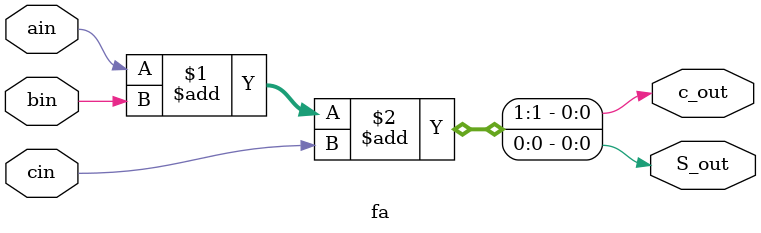
<source format=sv>
module fa(
  input ain,bin,cin,
  output S_out,c_out);
  assign {c_out,S_out}=ain+bin+cin;
endmodule

</source>
